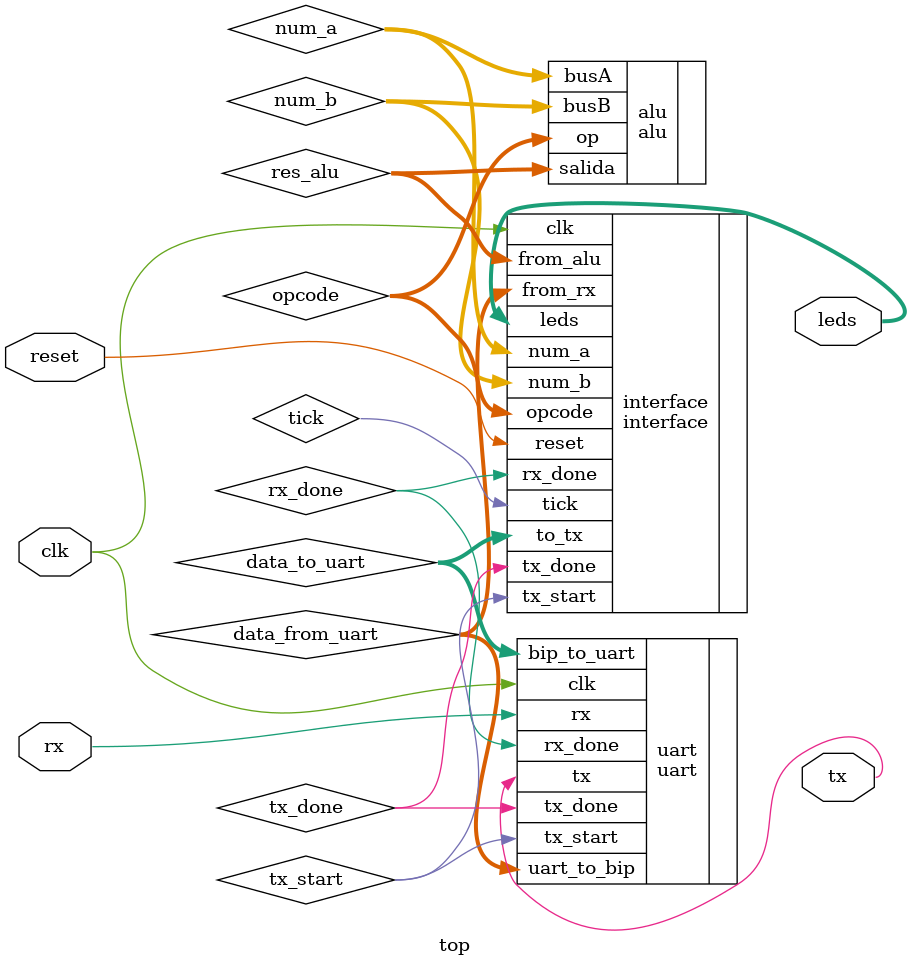
<source format=v>
`timescale 1ns / 1ps
module top(
	input reset,
	input clk,
	input rx,
	output tx,
	output [7:0]leds
    );
	 
wire tx_start;
wire tx_done;
wire rx_done;
wire [7:0]data_to_uart;
wire [7:0]data_from_uart;
wire [7:0]num_a;
wire [7:0]num_b;
wire [7:0]opcode;
wire [7:0]res_alu;

alu alu(
	.busA(num_a), 
	.busB(num_b), 
	.op(opcode),
	.salida(res_alu)
);

interface interface(
	.reset(reset),
	.num_a(num_a),
	.num_b(num_b),
	.opcode(opcode),
	.from_alu(res_alu),
	.leds(leds),
	.from_rx(data_from_uart),
	.clk(clk),
	.to_tx(data_to_uart),
	.tx_start(tx_start),
	.tx_done(tx_done),
	.rx_done(rx_done),
	.tick(tick)
    );

uart uart(
	.clk(clk),
	.rx(rx),
	.tx_start(tx_start),
	.bip_to_uart(data_to_uart),
	.uart_to_bip(data_from_uart),
	.tx(tx),
	.rx_done(rx_done),
	.tx_done(tx_done)
    );

endmodule

</source>
